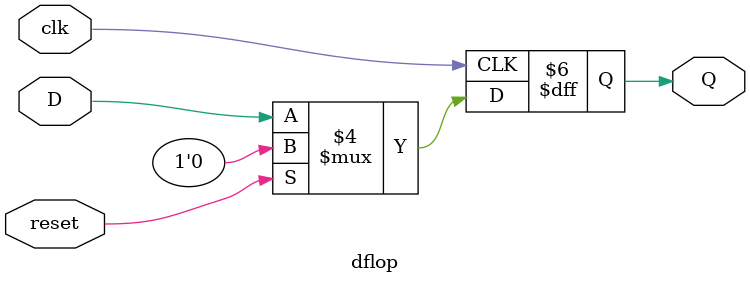
<source format=v>
module dflop(reset, clk, D, Q);
    input reset, clk, D;
    output reg Q; 
    // since Q is a sort of memory (the value of 1 may not change even if inputs change)
    // it is a sort of register (reg)

    // always block is a procedral block (like initial)
    // however initial is best suited for testbenches
    //always = design + testbench

    // always @(sensitivity list)(will keep running until there is a value change)

    always @(posedge clk) begin
        if (reset == 1'b1) begin
            Q <= 1'b0;
        end

        else begin
            Q <= D;
        end
    end

endmodule
</source>
